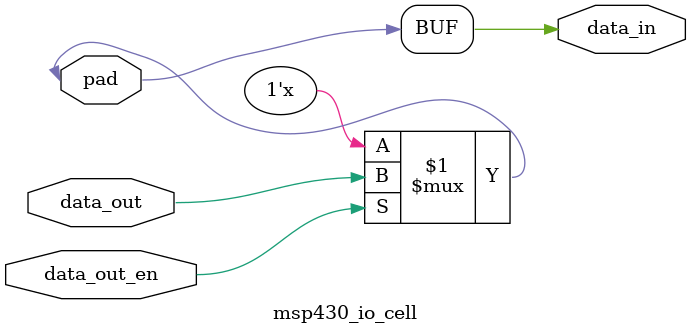
<source format=sv>

/* Copyright (c) 2015-2016 by the author(s)
 *
 * Redistribution and use in source and binary forms, with or without
 * modification, are permitted provided that the following conditions
 * are met:
 *     * Redistributions of source code must retain the above copyright
 *       notice, this list of conditions and the following disclaimer.
 *     * Redistributions in binary form must reproduce the above copyright
 *       notice, this list of conditions and the following disclaimer in the
 *       documentation and/or other materials provided with the distribution.
 *     * Neither the name of the authors nor the names of its contributors
 *       may be used to endorse or promote products derived from this software
 *       without specific prior written permission.
 *
 * THIS SOFTWARE IS PROVIDED BY THE COPYRIGHT HOLDERS AND CONTRIBUTORS "AS IS"
 * AND ANY EXPRESS OR IMPLIED WARRANTIES, INCLUDING, BUT NOT LIMITED TO, THE
 * IMPLIED WARRANTIES OF MERCHANTABILITY AND FITNESS FOR A PARTICULAR PURPOSE
 * ARE DISCLAIMED. IN NO EVENT SHALL THE COPYRIGHT HOLDER OR CONTRIBUTORS BE
 * LIABLE FOR ANY DIRECT, INDIRECT, INCIDENTAL, SPECIAL, EXEMPLARY,
 * OR CONSEQUENTIAL DAMAGES (INCLUDING, BUT NOT LIMITED TO, PROCUREMENT OF
 * SUBSTITUTE GOODS OR SERVICES; LOSS OF USE, DATA, OR PROFITS; OR BUSINESS
 * INTERRUPTION) HOWEVER CAUSED AND ON ANY THEORY OF LIABILITY, WHETHER IN
 * CONTRACT, STRICT LIABILITY, OR TORT (INCLUDING NEGLIGENCE OR OTHERWISE)
 * ARISING IN ANY WAY OUT OF THE USE OF THIS SOFTWARE, EVEN IF ADVISED OF
 * THE POSSIBILITY OF SUCH DAMAGE
 *
 * =============================================================================
 * Author(s):
 *   Olivier Girard <olgirard@gmail.com>
 *   Paco Reina Campo <pacoreinacampo@queenfield.tech>
 */

module  msp430_io_cell (
  // INOUTs
  inout          pad,            // I/O Pad

  // OUTPUTs
  output         data_in,        // Input value

  // INPUTs
  input          data_out_en,    // Output enable
  input          data_out        // Output value
);

  //=============================================================================
  // 1)  I/O CELL
  //=============================================================================

  assign  data_in  =  pad;
  assign  pad      =  data_out_en ? data_out : 1'bz;
endmodule // msp430_io_cell

</source>
